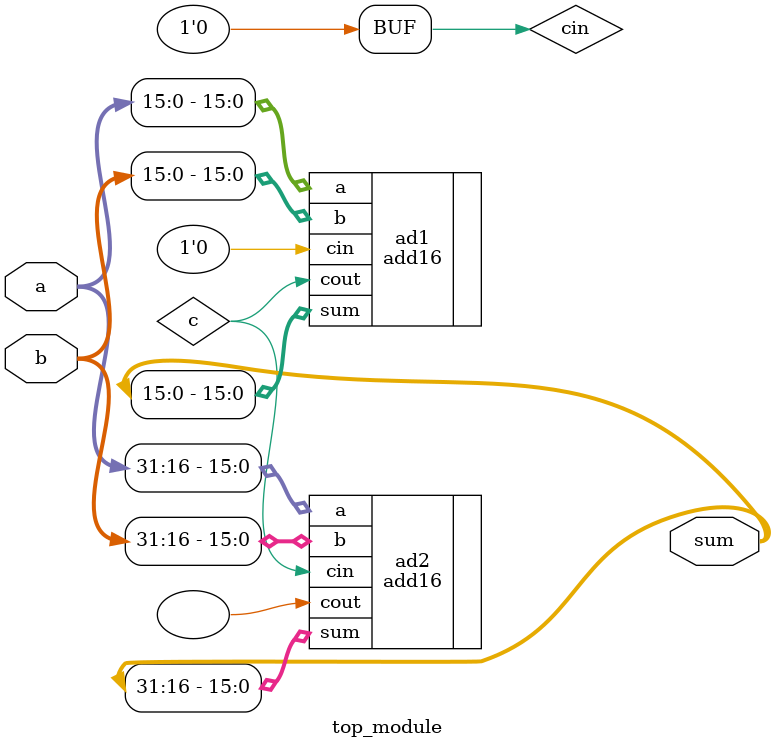
<source format=v>
module top_module (
    input  [31:0] a,
    input  [31:0] b,
    output [31:0] sum
);
    supply0 cin;
    wire c;

    add16 ad1 (
        .a(a[15:0]),
        .b(b[15 : 0]),
        .cin(cin),
        .cout(c),
        .sum(sum[15:0])
    );

    add16 ad2 (
        .a(a[31:16]),
        .b(b[31:16]),
        .cin(c),
        .cout(),
        .sum(sum[31:16])
    );

endmodule

</source>
